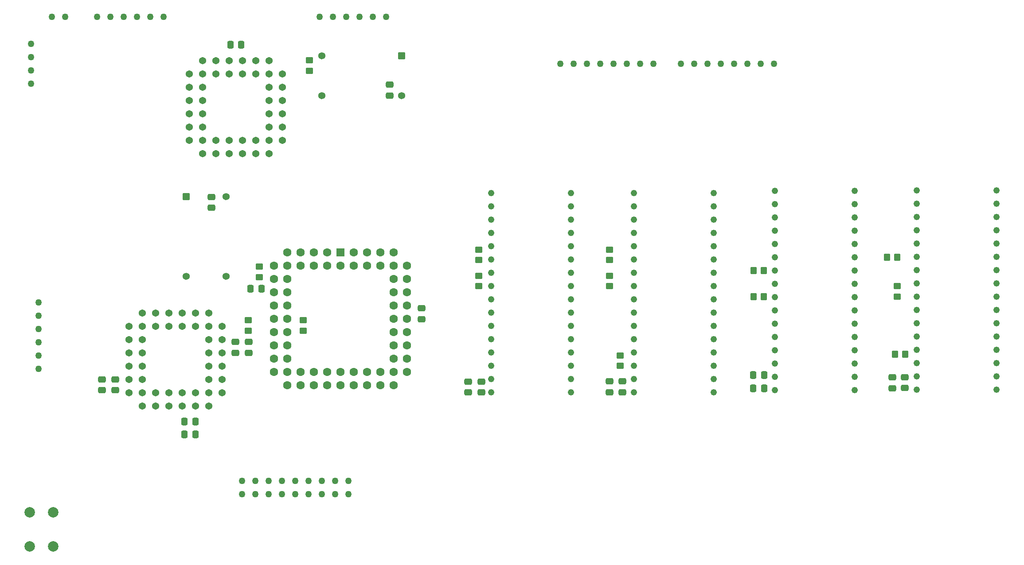
<source format=gbr>
%TF.GenerationSoftware,KiCad,Pcbnew,(6.0.0)*%
%TF.CreationDate,2024-02-18T00:07:20-06:00*%
%TF.ProjectId,MCD,4d43442e-6b69-4636-9164-5f7063625858,rev?*%
%TF.SameCoordinates,Original*%
%TF.FileFunction,Soldermask,Bot*%
%TF.FilePolarity,Negative*%
%FSLAX46Y46*%
G04 Gerber Fmt 4.6, Leading zero omitted, Abs format (unit mm)*
G04 Created by KiCad (PCBNEW (6.0.0)) date 2024-02-18 00:07:20*
%MOMM*%
%LPD*%
G01*
G04 APERTURE LIST*
G04 Aperture macros list*
%AMRoundRect*
0 Rectangle with rounded corners*
0 $1 Rounding radius*
0 $2 $3 $4 $5 $6 $7 $8 $9 X,Y pos of 4 corners*
0 Add a 4 corners polygon primitive as box body*
4,1,4,$2,$3,$4,$5,$6,$7,$8,$9,$2,$3,0*
0 Add four circle primitives for the rounded corners*
1,1,$1+$1,$2,$3*
1,1,$1+$1,$4,$5*
1,1,$1+$1,$6,$7*
1,1,$1+$1,$8,$9*
0 Add four rect primitives between the rounded corners*
20,1,$1+$1,$2,$3,$4,$5,0*
20,1,$1+$1,$4,$5,$6,$7,0*
20,1,$1+$1,$6,$7,$8,$9,0*
20,1,$1+$1,$8,$9,$2,$3,0*%
G04 Aperture macros list end*
%ADD10C,1.270000*%
%ADD11C,1.244600*%
%ADD12C,2.000000*%
%ADD13C,1.371600*%
%ADD14RoundRect,0.102000X0.579000X0.579000X-0.579000X0.579000X-0.579000X-0.579000X0.579000X-0.579000X0*%
%ADD15C,1.362000*%
%ADD16RoundRect,0.102000X-0.579000X0.579000X-0.579000X-0.579000X0.579000X-0.579000X0.579000X0.579000X0*%
%ADD17RoundRect,0.102000X-0.700000X-0.700000X0.700000X-0.700000X0.700000X0.700000X-0.700000X0.700000X0*%
%ADD18C,1.604000*%
%ADD19RoundRect,0.250000X-0.350000X-0.450000X0.350000X-0.450000X0.350000X0.450000X-0.350000X0.450000X0*%
%ADD20RoundRect,0.250000X0.350000X0.450000X-0.350000X0.450000X-0.350000X-0.450000X0.350000X-0.450000X0*%
%ADD21RoundRect,0.250000X0.475000X-0.337500X0.475000X0.337500X-0.475000X0.337500X-0.475000X-0.337500X0*%
%ADD22RoundRect,0.250000X0.450000X-0.350000X0.450000X0.350000X-0.450000X0.350000X-0.450000X-0.350000X0*%
%ADD23RoundRect,0.250000X0.337500X0.475000X-0.337500X0.475000X-0.337500X-0.475000X0.337500X-0.475000X0*%
%ADD24RoundRect,0.250000X-0.450000X0.350000X-0.450000X-0.350000X0.450000X-0.350000X0.450000X0.350000X0*%
%ADD25RoundRect,0.250000X-0.475000X0.337500X-0.475000X-0.337500X0.475000X-0.337500X0.475000X0.337500X0*%
G04 APERTURE END LIST*
D10*
%TO.C,J8*%
X130850000Y-75500000D03*
X128310000Y-75500000D03*
X125770000Y-75500000D03*
X123230000Y-75500000D03*
X120690000Y-75500000D03*
X118150000Y-75500000D03*
%TD*%
D11*
%TO.C,U4*%
X208650000Y-147300000D03*
X208650000Y-144760000D03*
X208650000Y-142220000D03*
X208650000Y-139680000D03*
X208650000Y-137140000D03*
X208650000Y-134600000D03*
X208650000Y-132060000D03*
X208650000Y-129520000D03*
X208650000Y-126980000D03*
X208650000Y-124440000D03*
X208650000Y-121900000D03*
X208650000Y-119360000D03*
X208650000Y-116820000D03*
X208650000Y-114280000D03*
X208650000Y-111740000D03*
X208650000Y-109200000D03*
X193410000Y-109200000D03*
X193410000Y-111740000D03*
X193410000Y-114280000D03*
X193410000Y-116820000D03*
X193410000Y-119360000D03*
X193410000Y-121900000D03*
X193410000Y-124440000D03*
X193410000Y-126980000D03*
X193410000Y-129520000D03*
X193410000Y-132060000D03*
X193410000Y-134600000D03*
X193410000Y-137140000D03*
X193410000Y-139680000D03*
X193410000Y-142220000D03*
X193410000Y-144760000D03*
X193410000Y-147300000D03*
%TD*%
D10*
%TO.C,J4*%
X105500000Y-80690000D03*
X105500000Y-83230000D03*
X105500000Y-85770000D03*
X105500000Y-88310000D03*
%TD*%
D11*
%TO.C,U3*%
X289890000Y-146800000D03*
X289890000Y-144260000D03*
X289890000Y-141720000D03*
X289890000Y-139180000D03*
X289890000Y-136640000D03*
X289890000Y-134100000D03*
X289890000Y-131560000D03*
X289890000Y-129020000D03*
X289890000Y-126480000D03*
X289890000Y-123940000D03*
X289890000Y-121400000D03*
X289890000Y-118860000D03*
X289890000Y-116320000D03*
X289890000Y-113780000D03*
X289890000Y-111240000D03*
X289890000Y-108700000D03*
X274650000Y-108700000D03*
X274650000Y-111240000D03*
X274650000Y-113780000D03*
X274650000Y-116320000D03*
X274650000Y-118860000D03*
X274650000Y-121400000D03*
X274650000Y-123940000D03*
X274650000Y-126480000D03*
X274650000Y-129020000D03*
X274650000Y-131560000D03*
X274650000Y-134100000D03*
X274650000Y-136640000D03*
X274650000Y-139180000D03*
X274650000Y-141720000D03*
X274650000Y-144260000D03*
X274650000Y-146800000D03*
%TD*%
D12*
%TO.C,SW1*%
X105250000Y-170250000D03*
X105250000Y-176750000D03*
X109750000Y-176750000D03*
X109750000Y-170250000D03*
%TD*%
D10*
%TO.C,J5*%
X107000000Y-142850000D03*
X107000000Y-140310000D03*
X107000000Y-137770000D03*
X107000000Y-135230000D03*
X107000000Y-132690000D03*
X107000000Y-130150000D03*
%TD*%
D11*
%TO.C,U5*%
X262820000Y-146840000D03*
X262820000Y-144300000D03*
X262820000Y-141760000D03*
X262820000Y-139220000D03*
X262820000Y-136680000D03*
X262820000Y-134140000D03*
X262820000Y-131600000D03*
X262820000Y-129060000D03*
X262820000Y-126520000D03*
X262820000Y-123980000D03*
X262820000Y-121440000D03*
X262820000Y-118900000D03*
X262820000Y-116360000D03*
X262820000Y-113820000D03*
X262820000Y-111280000D03*
X262820000Y-108740000D03*
X247580000Y-108740000D03*
X247580000Y-111280000D03*
X247580000Y-113820000D03*
X247580000Y-116360000D03*
X247580000Y-118900000D03*
X247580000Y-121440000D03*
X247580000Y-123980000D03*
X247580000Y-126520000D03*
X247580000Y-129060000D03*
X247580000Y-131600000D03*
X247580000Y-134140000D03*
X247580000Y-136680000D03*
X247580000Y-139220000D03*
X247580000Y-141760000D03*
X247580000Y-144300000D03*
X247580000Y-146840000D03*
%TD*%
%TO.C,U2*%
X235890000Y-147300000D03*
X235890000Y-144760000D03*
X235890000Y-142220000D03*
X235890000Y-139680000D03*
X235890000Y-137140000D03*
X235890000Y-134600000D03*
X235890000Y-132060000D03*
X235890000Y-129520000D03*
X235890000Y-126980000D03*
X235890000Y-124440000D03*
X235890000Y-121900000D03*
X235890000Y-119360000D03*
X235890000Y-116820000D03*
X235890000Y-114280000D03*
X235890000Y-111740000D03*
X235890000Y-109200000D03*
X220650000Y-109200000D03*
X220650000Y-111740000D03*
X220650000Y-114280000D03*
X220650000Y-116820000D03*
X220650000Y-119360000D03*
X220650000Y-121900000D03*
X220650000Y-124440000D03*
X220650000Y-126980000D03*
X220650000Y-129520000D03*
X220650000Y-132060000D03*
X220650000Y-134600000D03*
X220650000Y-137140000D03*
X220650000Y-139680000D03*
X220650000Y-142220000D03*
X220650000Y-144760000D03*
X220650000Y-147300000D03*
%TD*%
D13*
%TO.C,U6*%
X145920000Y-86450000D03*
X143380000Y-83910000D03*
X143380000Y-86450000D03*
X140840000Y-83910000D03*
X140840000Y-86450000D03*
X138300000Y-83910000D03*
X135760000Y-86450000D03*
X138300000Y-86450000D03*
X135760000Y-88990000D03*
X138300000Y-88990000D03*
X135760000Y-91530000D03*
X138300000Y-91530000D03*
X135760000Y-94070000D03*
X138300000Y-94070000D03*
X135760000Y-96610000D03*
X138300000Y-96610000D03*
X135760000Y-99150000D03*
X138300000Y-101690000D03*
X138300000Y-99150000D03*
X140840000Y-101690000D03*
X140840000Y-99150000D03*
X143380000Y-101690000D03*
X143380000Y-99150000D03*
X145920000Y-101690000D03*
X145920000Y-99150000D03*
X148460000Y-101690000D03*
X148460000Y-99150000D03*
X151000000Y-101690000D03*
X153540000Y-99150000D03*
X151000000Y-99150000D03*
X153540000Y-96610000D03*
X151000000Y-96610000D03*
X153540000Y-94070000D03*
X151000000Y-94070000D03*
X153540000Y-91530000D03*
X151000000Y-91530000D03*
X153540000Y-88990000D03*
X151000000Y-88990000D03*
X153540000Y-86450000D03*
X151000000Y-83910000D03*
X151000000Y-86450000D03*
X148460000Y-83910000D03*
X148460000Y-86450000D03*
X145920000Y-83910000D03*
%TD*%
D10*
%TO.C,J3*%
X145840000Y-166770000D03*
X145840000Y-164230000D03*
X148380000Y-166770000D03*
X148380000Y-164230000D03*
X150920000Y-166770000D03*
X150920000Y-164230000D03*
X153460000Y-166770000D03*
X153460000Y-164230000D03*
X156000000Y-166770000D03*
X156000000Y-164230000D03*
X158540000Y-166770000D03*
X158540000Y-164230000D03*
X161080000Y-166770000D03*
X161080000Y-164230000D03*
X163620000Y-166770000D03*
X163620000Y-164230000D03*
X166160000Y-166770000D03*
X166160000Y-164230000D03*
%TD*%
D14*
%TO.C,Y1*%
X176270000Y-82990000D03*
D15*
X161030000Y-82990000D03*
X161030000Y-90610000D03*
X176270000Y-90610000D03*
%TD*%
D10*
%TO.C,J1*%
X206610000Y-84500000D03*
X209150000Y-84500000D03*
X211690000Y-84500000D03*
X214230000Y-84500000D03*
X216770000Y-84500000D03*
X219310000Y-84500000D03*
X221850000Y-84500000D03*
X224390000Y-84500000D03*
%TD*%
D13*
%TO.C,U1*%
X134355510Y-134650000D03*
X131815510Y-132110000D03*
X131815510Y-134650000D03*
X129275510Y-132110000D03*
X129275510Y-134650000D03*
X126735510Y-132110000D03*
X124195510Y-134650000D03*
X126735510Y-134650000D03*
X124195510Y-137190000D03*
X126735510Y-137190000D03*
X124195510Y-139730000D03*
X126735510Y-139730000D03*
X124195510Y-142270000D03*
X126735510Y-142270000D03*
X124195510Y-144810000D03*
X126735510Y-144810000D03*
X124195510Y-147350000D03*
X126735510Y-149890000D03*
X126735510Y-147350000D03*
X129275510Y-149890000D03*
X129275510Y-147350000D03*
X131815510Y-149890000D03*
X131815510Y-147350000D03*
X134355510Y-149890000D03*
X134355510Y-147350000D03*
X136895510Y-149890000D03*
X136895510Y-147350000D03*
X139435510Y-149890000D03*
X141975510Y-147350000D03*
X139435510Y-147350000D03*
X141975510Y-144810000D03*
X139435510Y-144810000D03*
X141975510Y-142270000D03*
X139435510Y-142270000D03*
X141975510Y-139730000D03*
X139435510Y-139730000D03*
X141975510Y-137190000D03*
X139435510Y-137190000D03*
X141975510Y-134650000D03*
X139435510Y-132110000D03*
X139435510Y-134650000D03*
X136895510Y-132110000D03*
X136895510Y-134650000D03*
X134355510Y-132110000D03*
%TD*%
D16*
%TO.C,Y2*%
X135190000Y-109880000D03*
D15*
X135190000Y-125120000D03*
X142810000Y-125120000D03*
X142810000Y-109880000D03*
%TD*%
D10*
%TO.C,J6*%
X109460000Y-75500000D03*
X112000000Y-75500000D03*
%TD*%
%TO.C,J2*%
X229610000Y-84500000D03*
X232150000Y-84500000D03*
X234690000Y-84500000D03*
X237230000Y-84500000D03*
X239770000Y-84500000D03*
X242310000Y-84500000D03*
X244850000Y-84500000D03*
X247390000Y-84500000D03*
%TD*%
D17*
%TO.C,U9*%
X164650510Y-120560000D03*
D18*
X164650510Y-123100000D03*
X162110510Y-120560000D03*
X162110510Y-123100000D03*
X159570510Y-120560000D03*
X159570510Y-123100000D03*
X157030510Y-120560000D03*
X157030510Y-123100000D03*
X154490510Y-120560000D03*
X151950510Y-123100000D03*
X154490510Y-123100000D03*
X151950510Y-125640000D03*
X154490510Y-125640000D03*
X151950510Y-128180000D03*
X154490510Y-128180000D03*
X151950510Y-130720000D03*
X154490510Y-130720000D03*
X151950510Y-133260000D03*
X154490510Y-133260000D03*
X151950510Y-135800000D03*
X154490510Y-135800000D03*
X151950510Y-138340000D03*
X154490510Y-138340000D03*
X151950510Y-140880000D03*
X154490510Y-140880000D03*
X151950510Y-143420000D03*
X154490510Y-145960000D03*
X154490510Y-143420000D03*
X157030510Y-145960000D03*
X157030510Y-143420000D03*
X159570510Y-145960000D03*
X159570510Y-143420000D03*
X162110510Y-145960000D03*
X162110510Y-143420000D03*
X164650510Y-145960000D03*
X164650510Y-143420000D03*
X167190510Y-145960000D03*
X167190510Y-143420000D03*
X169730510Y-145960000D03*
X169730510Y-143420000D03*
X172270510Y-145960000D03*
X172270510Y-143420000D03*
X174810510Y-145960000D03*
X177350510Y-143420000D03*
X174810510Y-143420000D03*
X177350510Y-140880000D03*
X174810510Y-140880000D03*
X177350510Y-138340000D03*
X174810510Y-138340000D03*
X177350510Y-135800000D03*
X174810510Y-135800000D03*
X177350510Y-133260000D03*
X174810510Y-133260000D03*
X177350510Y-130720000D03*
X174810510Y-130720000D03*
X177350510Y-128180000D03*
X174810510Y-128180000D03*
X177350510Y-125640000D03*
X174810510Y-125640000D03*
X177350510Y-123100000D03*
X174810510Y-120560000D03*
X174810510Y-123100000D03*
X172270510Y-120560000D03*
X172270510Y-123100000D03*
X169730510Y-120560000D03*
X169730510Y-123100000D03*
X167190510Y-120560000D03*
X167190510Y-123100000D03*
%TD*%
D10*
%TO.C,J7*%
X160650000Y-75500000D03*
X163190000Y-75500000D03*
X165730000Y-75500000D03*
X168270000Y-75500000D03*
X170810000Y-75500000D03*
X173350000Y-75500000D03*
%TD*%
D19*
%TO.C,R11*%
X269000000Y-121500000D03*
X271000000Y-121500000D03*
%TD*%
D20*
%TO.C,R5*%
X245500000Y-129000000D03*
X243500000Y-129000000D03*
%TD*%
D21*
%TO.C,C3*%
X216000000Y-147287500D03*
X216000000Y-145212500D03*
%TD*%
D22*
%TO.C,R1*%
X157500000Y-135500000D03*
X157500000Y-133500000D03*
%TD*%
D23*
%TO.C,C6*%
X136910510Y-155379490D03*
X134835510Y-155379490D03*
%TD*%
D24*
%TO.C,R15*%
X158650000Y-83800000D03*
X158650000Y-85800000D03*
%TD*%
D22*
%TO.C,R14*%
X271000000Y-129000000D03*
X271000000Y-127000000D03*
%TD*%
D24*
%TO.C,R7*%
X216000000Y-120000000D03*
X216000000Y-122000000D03*
%TD*%
D21*
%TO.C,C1*%
X218500000Y-147287500D03*
X218500000Y-145212500D03*
%TD*%
D24*
%TO.C,R8*%
X218000000Y-140250000D03*
X218000000Y-142250000D03*
%TD*%
D20*
%TO.C,R6*%
X245500000Y-124000000D03*
X243500000Y-124000000D03*
%TD*%
D23*
%TO.C,C22*%
X149537500Y-127500000D03*
X147462500Y-127500000D03*
%TD*%
D21*
%TO.C,C2*%
X272400000Y-146475000D03*
X272400000Y-144400000D03*
%TD*%
%TO.C,C10*%
X189000000Y-147325000D03*
X189000000Y-145250000D03*
%TD*%
%TO.C,C4*%
X270000000Y-146537500D03*
X270000000Y-144462500D03*
%TD*%
D24*
%TO.C,R9*%
X147000000Y-133500000D03*
X147000000Y-135500000D03*
%TD*%
D23*
%TO.C,C16*%
X145687500Y-80800000D03*
X143612500Y-80800000D03*
%TD*%
D21*
%TO.C,C13*%
X191500000Y-147325000D03*
X191500000Y-145250000D03*
%TD*%
%TO.C,C9*%
X147085510Y-139754490D03*
X147085510Y-137679490D03*
%TD*%
%TO.C,C15*%
X174000000Y-90537500D03*
X174000000Y-88462500D03*
%TD*%
D23*
%TO.C,C5*%
X136910510Y-152879490D03*
X134835510Y-152879490D03*
%TD*%
D24*
%TO.C,R3*%
X191000000Y-125000000D03*
X191000000Y-127000000D03*
%TD*%
D23*
%TO.C,C11*%
X245537500Y-144000000D03*
X243462500Y-144000000D03*
%TD*%
D21*
%TO.C,C7*%
X144585510Y-139754490D03*
X144585510Y-137679490D03*
%TD*%
D25*
%TO.C,C12*%
X121585510Y-144841990D03*
X121585510Y-146916990D03*
%TD*%
%TO.C,C17*%
X140000000Y-109962500D03*
X140000000Y-112037500D03*
%TD*%
D23*
%TO.C,C8*%
X245537500Y-146500000D03*
X243462500Y-146500000D03*
%TD*%
D21*
%TO.C,C23*%
X180150510Y-133297500D03*
X180150510Y-131222500D03*
%TD*%
D22*
%TO.C,R13*%
X149150510Y-125260000D03*
X149150510Y-123260000D03*
%TD*%
D20*
%TO.C,R12*%
X272500000Y-140000000D03*
X270500000Y-140000000D03*
%TD*%
D25*
%TO.C,C14*%
X119085510Y-144841990D03*
X119085510Y-146916990D03*
%TD*%
D24*
%TO.C,R10*%
X216000000Y-125000000D03*
X216000000Y-127000000D03*
%TD*%
%TO.C,R4*%
X191000000Y-120000000D03*
X191000000Y-122000000D03*
%TD*%
M02*

</source>
